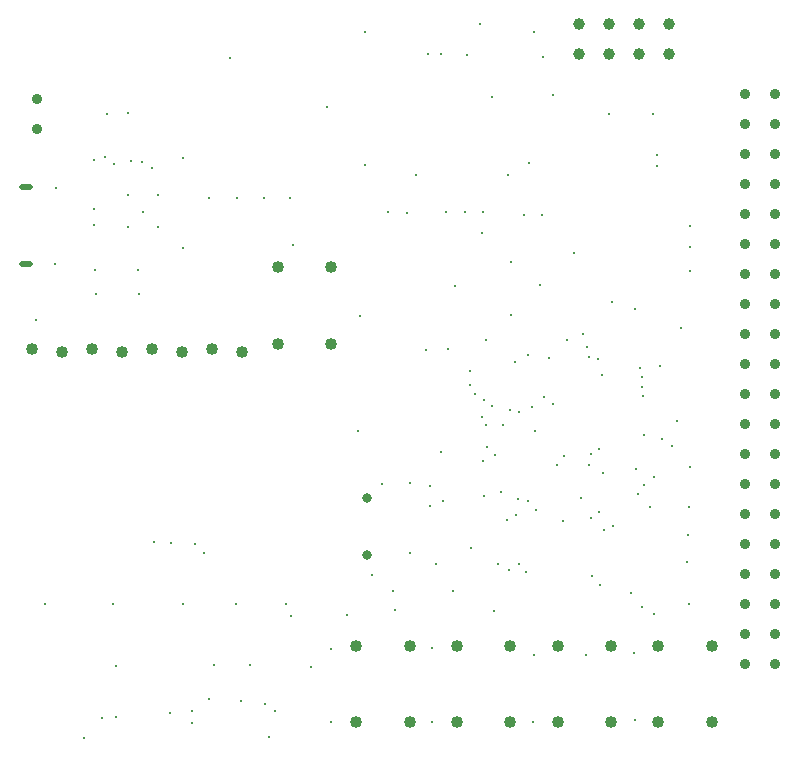
<source format=gbr>
%TF.GenerationSoftware,Novarm,DipTrace,3.2.0.1*%
%TF.CreationDate,2018-02-19T16:08:03-08:00*%
%FSLAX26Y26*%
%MOIN*%
%TF.FileFunction,Plated,1,4,PTH,Drill*%
%TF.Part,Single*%
%TA.AperFunction,ViaDrill*%
%ADD67C,0.011*%
%TA.AperFunction,ComponentDrill*%
%ADD69C,0.035433*%
%ADD70C,0.019685*%
%ADD71C,0.04*%
%ADD72C,0.03937*%
%ADD73C,0.032*%
G75*
G01*
D69*
X484631Y2472185D3*
Y2572185D3*
X463093Y2280188D2*
D70*
X435534D1*
X463093Y2020345D2*
X435534D1*
D71*
X469016Y1737765D3*
X569016Y1727765D3*
X669016Y1737765D3*
X769016Y1727765D3*
X869016Y1737765D3*
X969016Y1727765D3*
X1069016Y1737765D3*
X1169016Y1727765D3*
D69*
X2844016Y687765D3*
Y787765D3*
Y887765D3*
Y987765D3*
Y1087765D3*
Y1187765D3*
Y1287765D3*
Y1387765D3*
Y1487765D3*
Y1587765D3*
Y1687765D3*
Y1787765D3*
Y1887765D3*
Y1987765D3*
Y2087765D3*
Y2187765D3*
Y2287765D3*
Y2387765D3*
Y2487765D3*
Y2587765D3*
X2944016Y687765D3*
Y787765D3*
Y887765D3*
Y987765D3*
Y1087765D3*
Y1187765D3*
Y1287765D3*
Y1387765D3*
Y1487765D3*
Y1587765D3*
Y1687765D3*
Y1787765D3*
Y1887765D3*
Y1987765D3*
Y2087765D3*
Y2187765D3*
Y2287765D3*
Y2387765D3*
Y2487765D3*
Y2587765D3*
D71*
X1287765Y1756516D3*
Y2012516D3*
X1465765Y1756516D3*
Y2012516D3*
X1550265Y494016D3*
Y750016D3*
X1728265Y494016D3*
Y750016D3*
X1885683Y494016D3*
Y750016D3*
X2063683Y494016D3*
Y750016D3*
X2221099Y494016D3*
Y750016D3*
X2399099Y494016D3*
Y750016D3*
X2556516Y494016D3*
Y750016D3*
X2734516Y494016D3*
Y750016D3*
D72*
X2590891Y2722137D3*
Y2822137D3*
X2490891Y2722137D3*
Y2822137D3*
X2390891Y2722137D3*
Y2822137D3*
X2290891Y2722137D3*
Y2822137D3*
D73*
X1584641Y1050269D3*
Y1240269D3*
D67*
X1278298Y531764D3*
X1400160Y678624D3*
X971173Y2376227D3*
X972080Y2075352D3*
X712767Y2378479D3*
X675236Y2150267D3*
Y2206588D3*
X740855Y2356572D3*
X1562767Y1847251D3*
X548817Y2276251D3*
X837719Y2194089D3*
X1153311Y2240960D3*
X1240802D3*
X1328293D3*
X787865Y2525264D3*
X681486Y1922243D3*
X481507Y1834752D3*
X825221Y1922243D3*
X1983511Y1769147D3*
X2253196Y1769134D3*
X2065891Y1853391D3*
X1877481Y1948051D3*
X1578496Y2350361D3*
X1747788Y2318865D3*
X2054087D3*
X2125347Y2357448D3*
X2141095Y2796424D3*
X2206326Y2584673D3*
X1578496Y2794256D3*
X1961961Y2821214D3*
X1129057Y2709639D3*
X2478172Y500517D3*
X1465089Y494957D3*
X1802625Y495852D3*
X2140160D3*
X512765Y887765D3*
X1257906Y445751D3*
X1197141Y684641D3*
X1075194D3*
X972141Y887767D3*
X1150265D3*
X1797139Y1214587D3*
X1728390Y1059973D3*
X737767Y887767D3*
X1315891Y887765D3*
X1331614Y847159D3*
X2562538Y1681643D3*
X2023609Y1020485D3*
X2529693Y1210943D3*
X927799Y524675D3*
X640891Y440891D3*
X750011Y680841D3*
X1002629Y493155D3*
X787998Y2250496D3*
X1059571Y2240960D3*
X887767Y2250265D3*
X1153311Y2240960D3*
X887625Y2144156D3*
X545692Y2020345D3*
X787998Y2144095D3*
X1831365Y1394173D3*
X1728390Y1291198D3*
X1928391Y1665891D3*
X2656516Y1119019D3*
X2509641Y1284641D3*
X2356722Y1706391D3*
X2162580Y1953391D3*
X2662765Y2078391D3*
X2003222Y2578424D3*
X2651572Y1028587D3*
X2487546Y1256735D3*
X1040823Y1059834D3*
X2368809Y1650397D3*
X2662767Y1997302D3*
X2275068Y2059729D3*
X1831365Y2722159D3*
X2477897Y1871646D3*
X2503170Y878603D3*
X2543790Y853605D3*
X2325063Y1350631D3*
X2496920Y1675394D3*
X2631281Y1809755D3*
X1984474Y1412922D3*
X2012596Y1384799D3*
X874725Y1096839D3*
X2087765Y1237765D3*
X2053217Y1169197D3*
X931460Y1091080D3*
X2093838Y1022338D3*
X2081338Y1184822D3*
X2122141Y1231516D3*
X2150265Y1200265D3*
X2115710Y994215D3*
X2243822Y1381675D3*
X2121960Y1719139D3*
X1968851Y2125347D3*
X2237765Y1165891D3*
X2300265Y1240891D3*
X2031344Y1262939D3*
X1975267Y1247141D3*
X2503391Y1644016D3*
X2503170Y1612901D3*
X2506294Y1581654D3*
X2619016Y1497141D3*
X2509641Y1453391D3*
X2569016Y1437765D3*
X2603391Y1415891D3*
X2359435Y1403547D3*
X1634511Y1287935D3*
X1556394Y1466041D3*
X2465890Y925267D3*
X1518898Y850481D3*
X869016Y2340891D3*
X800265Y2365891D3*
X1781670Y1736273D3*
X2371933Y1325431D3*
X2481516Y1337765D3*
X2662528Y1344179D3*
X2537541Y2522180D3*
X2190891Y1709641D3*
X2553164Y2384694D3*
X2540890Y1312765D3*
X2659642Y1212765D3*
X1012520Y1087775D3*
X2662764Y2147139D3*
X2403391Y1894016D3*
X2325142Y1712642D3*
X1918856Y2719034D3*
X2362765Y953391D3*
X703391Y509641D3*
X1603264Y984841D3*
X1672213Y931516D3*
X1872141D3*
X1247051Y556761D3*
X1002629Y532919D3*
X1970831Y2194016D3*
X1850267D3*
X1912859D3*
X2171954Y2711777D3*
X2334641Y981516D3*
X750265Y512765D3*
X1815742Y1022849D3*
X1165810Y564488D3*
X1057747Y572683D3*
X2003222Y1547282D3*
X1465778Y737992D3*
X2062765Y1534641D3*
X1803243Y741117D3*
X2134600Y1544016D3*
X2143832Y719244D3*
X2175079Y1578529D3*
X2331516Y1175267D3*
X2375058Y1134826D3*
X2475267Y725516D3*
X1981516Y1484641D3*
X1947141Y1587767D3*
X1928391Y1619016D3*
X1975265Y1569015D3*
X1969016Y1512765D3*
X834595Y2362822D3*
X1856372Y1737897D3*
X2331313Y1387924D3*
X2390891Y2522141D3*
X2553164Y2347198D3*
X2306717Y1787966D3*
X1837614Y1231691D3*
X1453391Y2544016D3*
X676328Y2369071D3*
X822096Y2003485D3*
X678361D3*
X718982Y2522180D3*
X2107996Y2184715D3*
X2168826D3*
X2065891Y2028113D3*
X2318814Y1744137D3*
X2059466Y1000465D3*
X1678391Y869016D3*
X2037765Y1484641D3*
X2009641Y865891D3*
X2093838Y1528213D3*
X2146957Y1466041D3*
X1931355Y1075104D3*
X2315891Y719016D3*
X2659643Y887764D3*
X2406305Y1147352D3*
X2359641Y1194016D3*
X2206516Y1556516D3*
X1797139Y1281516D3*
X1971839Y1365915D3*
X1337667Y2084726D3*
X1719007Y2192194D3*
X1656516Y2194016D3*
X1787620Y2722159D3*
X2219016Y1353391D3*
X2078265Y1694142D3*
M02*

</source>
